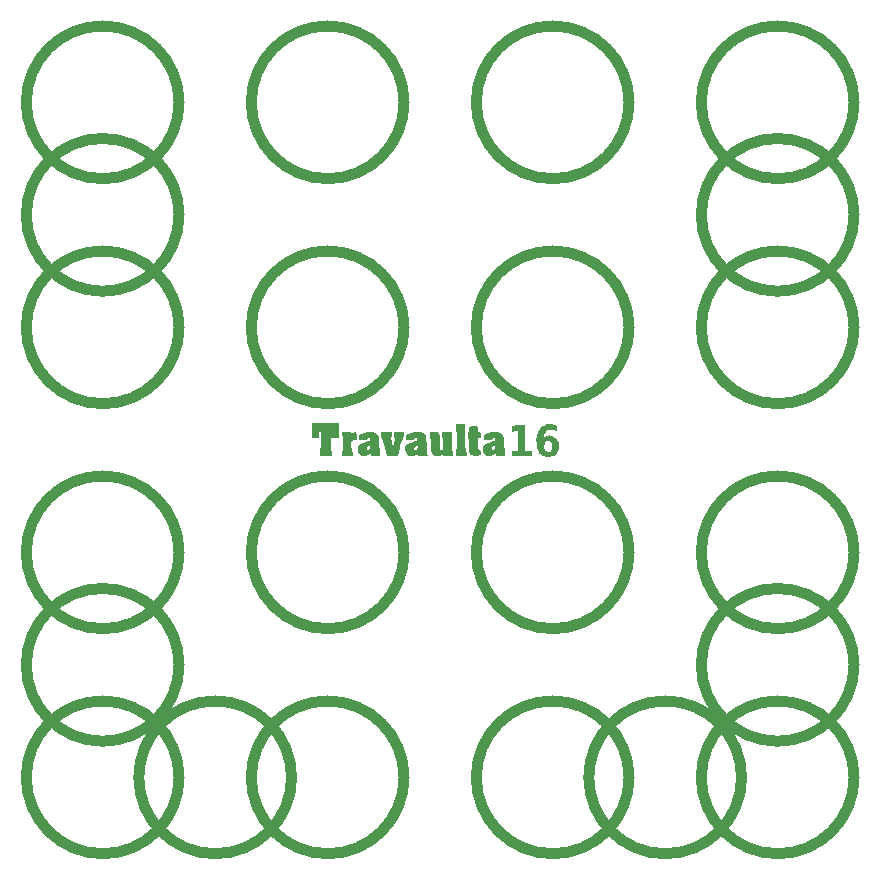
<source format=gbr>
%TF.GenerationSoftware,KiCad,Pcbnew,8.0.8*%
%TF.CreationDate,2025-03-01T19:05:57+01:00*%
%TF.ProjectId,numbpad,6e756d62-7061-4642-9e6b-696361645f70,rev?*%
%TF.SameCoordinates,Original*%
%TF.FileFunction,Legend,Top*%
%TF.FilePolarity,Positive*%
%FSLAX46Y46*%
G04 Gerber Fmt 4.6, Leading zero omitted, Abs format (unit mm)*
G04 Created by KiCad (PCBNEW 8.0.8) date 2025-03-01 19:05:57*
%MOMM*%
%LPD*%
G01*
G04 APERTURE LIST*
%ADD10C,0.400000*%
%ADD11C,0.900000*%
%ADD12C,0.000000*%
G04 APERTURE END LIST*
D10*
G36*
X148136594Y-100928999D02*
G01*
X148682721Y-100928999D01*
X148682721Y-99205524D01*
X148121988Y-99333800D01*
X148121988Y-98865782D01*
X148679545Y-98737506D01*
X149268855Y-98737506D01*
X149268855Y-100928999D01*
X149814982Y-100928999D01*
X149814982Y-101404003D01*
X148136594Y-101404003D01*
X148136594Y-100928999D01*
G37*
G36*
X151487392Y-98697770D02*
G01*
X151617342Y-98711918D01*
X151676259Y-98721630D01*
X151802863Y-98749564D01*
X151927791Y-98786931D01*
X151984884Y-98807359D01*
X151984884Y-99300143D01*
X151864294Y-99241638D01*
X151740522Y-99194338D01*
X151697850Y-99181393D01*
X151572893Y-99153588D01*
X151442374Y-99142694D01*
X151434312Y-99142656D01*
X151303773Y-99153332D01*
X151175040Y-99190867D01*
X151065495Y-99255426D01*
X151003125Y-99313479D01*
X150926572Y-99422577D01*
X150875730Y-99541398D01*
X150841081Y-99680777D01*
X150824046Y-99819599D01*
X150934066Y-99743078D01*
X151053293Y-99688783D01*
X151182363Y-99655920D01*
X151312882Y-99645008D01*
X151321911Y-99644966D01*
X151455461Y-99653382D01*
X151598516Y-99684477D01*
X151727835Y-99738484D01*
X151843419Y-99815403D01*
X151917571Y-99884372D01*
X152005659Y-99995976D01*
X152072111Y-100121862D01*
X152116928Y-100262029D01*
X152138122Y-100393540D01*
X152143642Y-100511148D01*
X152137471Y-100640945D01*
X152113777Y-100785732D01*
X152072311Y-100918553D01*
X152013075Y-101039408D01*
X151936067Y-101148296D01*
X151890899Y-101198252D01*
X151790071Y-101285872D01*
X151677142Y-101355363D01*
X151552112Y-101406726D01*
X151414983Y-101439961D01*
X151265753Y-101455068D01*
X151213321Y-101456075D01*
X151072228Y-101447502D01*
X150941460Y-101421781D01*
X150821018Y-101378913D01*
X150690117Y-101304838D01*
X150574085Y-101206071D01*
X150488750Y-101104903D01*
X150415024Y-100987999D01*
X150353793Y-100856769D01*
X150305059Y-100711214D01*
X150275069Y-100584456D01*
X150270400Y-100555601D01*
X150895170Y-100555601D01*
X150903108Y-100690309D01*
X150933589Y-100821999D01*
X150976454Y-100906773D01*
X151078059Y-100994407D01*
X151210225Y-101023505D01*
X151220306Y-101023619D01*
X151348297Y-101001254D01*
X151455578Y-100920922D01*
X151466063Y-100906773D01*
X151521628Y-100781734D01*
X151543458Y-100652280D01*
X151547347Y-100555601D01*
X151539409Y-100420954D01*
X151508928Y-100289503D01*
X151466063Y-100205063D01*
X151363982Y-100116953D01*
X151230504Y-100087697D01*
X151220306Y-100087582D01*
X151093617Y-100110069D01*
X150986932Y-100190837D01*
X150976454Y-100205063D01*
X150920889Y-100329668D01*
X150899060Y-100458952D01*
X150895170Y-100555601D01*
X150270400Y-100555601D01*
X150253076Y-100448530D01*
X150239080Y-100303435D01*
X150233082Y-100149172D01*
X150232832Y-100109173D01*
X150237516Y-99948342D01*
X150251566Y-99796381D01*
X150274982Y-99653290D01*
X150307766Y-99519071D01*
X150349916Y-99393721D01*
X150401433Y-99277243D01*
X150479001Y-99144119D01*
X150532567Y-99070897D01*
X150631828Y-98962046D01*
X150741879Y-98871644D01*
X150862721Y-98799691D01*
X150994354Y-98746188D01*
X151136777Y-98711134D01*
X151289991Y-98694529D01*
X151354298Y-98693053D01*
X151487392Y-98697770D01*
G37*
D11*
%TO.C,SW4*%
X167598250Y-128587500D02*
G75*
G02*
X154664250Y-128587500I-6467000J0D01*
G01*
X154664250Y-128587500D02*
G75*
G02*
X167598250Y-128587500I6467000J0D01*
G01*
%TO.C,SW13*%
X119973251Y-128587500D02*
G75*
G02*
X107039249Y-128587500I-6467001J0D01*
G01*
X107039249Y-128587500D02*
G75*
G02*
X119973251Y-128587500I6467001J0D01*
G01*
%TO.C,SW14*%
X139023250Y-128587500D02*
G75*
G02*
X126089250Y-128587500I-6467000J0D01*
G01*
X126089250Y-128587500D02*
G75*
G02*
X139023250Y-128587500I6467000J0D01*
G01*
%TO.C,SW11*%
X158073250Y-109537500D02*
G75*
G02*
X145139250Y-109537500I-6467000J0D01*
G01*
X145139250Y-109537500D02*
G75*
G02*
X158073250Y-109537500I6467000J0D01*
G01*
%TO.C,SW22*%
X129498250Y-128587500D02*
G75*
G02*
X116564250Y-128587500I-6467000J0D01*
G01*
X116564250Y-128587500D02*
G75*
G02*
X129498250Y-128587500I6467000J0D01*
G01*
%TO.C,SW10*%
X139023250Y-109537500D02*
G75*
G02*
X126089250Y-109537500I-6467000J0D01*
G01*
X126089250Y-109537500D02*
G75*
G02*
X139023250Y-109537500I6467000J0D01*
G01*
%TO.C,SW5*%
X119973250Y-90487500D02*
G75*
G02*
X107039250Y-90487500I-6467000J0D01*
G01*
X107039250Y-90487500D02*
G75*
G02*
X119973250Y-90487500I6467000J0D01*
G01*
%TO.C,SW2*%
X139023250Y-71437500D02*
G75*
G02*
X126089250Y-71437500I-6467000J0D01*
G01*
X126089250Y-71437500D02*
G75*
G02*
X139023250Y-71437500I6467000J0D01*
G01*
%TO.C,SW15*%
X158073250Y-128587500D02*
G75*
G02*
X145139250Y-128587500I-6467000J0D01*
G01*
X145139250Y-128587500D02*
G75*
G02*
X158073250Y-128587500I6467000J0D01*
G01*
%TO.C,SW21*%
X177123250Y-119062500D02*
G75*
G02*
X164189250Y-119062500I-6467000J0D01*
G01*
X164189250Y-119062500D02*
G75*
G02*
X177123250Y-119062500I6467000J0D01*
G01*
%TO.C,SW23*%
X177123250Y-71437500D02*
G75*
G02*
X164189250Y-71437500I-6467000J0D01*
G01*
X164189250Y-71437500D02*
G75*
G02*
X177123250Y-71437500I6467000J0D01*
G01*
%TO.C,SW7*%
X158073250Y-90487500D02*
G75*
G02*
X145139250Y-90487500I-6467000J0D01*
G01*
X145139250Y-90487500D02*
G75*
G02*
X158073250Y-90487500I6467000J0D01*
G01*
%TO.C,SW18*%
X119973250Y-80962500D02*
G75*
G02*
X107039250Y-80962500I-6467000J0D01*
G01*
X107039250Y-80962500D02*
G75*
G02*
X119973250Y-80962500I6467000J0D01*
G01*
%TO.C,SW19*%
X177123250Y-80962500D02*
G75*
G02*
X164189250Y-80962500I-6467000J0D01*
G01*
X164189250Y-80962500D02*
G75*
G02*
X177123250Y-80962500I6467000J0D01*
G01*
%TO.C,SW3*%
X158073250Y-71437500D02*
G75*
G02*
X145139250Y-71437500I-6467000J0D01*
G01*
X145139250Y-71437500D02*
G75*
G02*
X158073250Y-71437500I6467000J0D01*
G01*
%TO.C,SW6*%
X139023250Y-90487500D02*
G75*
G02*
X126089250Y-90487500I-6467000J0D01*
G01*
X126089250Y-90487500D02*
G75*
G02*
X139023250Y-90487500I6467000J0D01*
G01*
%TO.C,SW20*%
X119973250Y-71437500D02*
G75*
G02*
X107039250Y-71437500I-6467000J0D01*
G01*
X107039250Y-71437500D02*
G75*
G02*
X119973250Y-71437500I6467000J0D01*
G01*
D12*
%TO.C,G\u002A\u002A\u002A*%
G36*
X144188724Y-99730627D02*
G01*
X144195599Y-100109803D01*
X144204791Y-100403092D01*
X144216773Y-100617801D01*
X144232017Y-100761236D01*
X144250998Y-100840703D01*
X144261783Y-100858480D01*
X144296443Y-100937282D01*
X144317303Y-101069995D01*
X144320039Y-101140354D01*
X144320039Y-101364060D01*
X143853984Y-101364060D01*
X143387929Y-101364060D01*
X143387929Y-101133783D01*
X143396635Y-100994792D01*
X143418807Y-100897997D01*
X143434535Y-100874702D01*
X143451630Y-100818265D01*
X143465320Y-100678577D01*
X143475069Y-100465555D01*
X143480342Y-100189115D01*
X143481140Y-100012500D01*
X143478575Y-99705227D01*
X143471237Y-99455884D01*
X143459661Y-99274387D01*
X143444384Y-99170653D01*
X143434535Y-99150298D01*
X143407494Y-99090572D01*
X143390677Y-98970627D01*
X143387929Y-98891218D01*
X143387929Y-98660941D01*
X143780926Y-98660941D01*
X144173922Y-98660941D01*
X144188724Y-99730627D01*
G37*
G36*
X134946848Y-99319169D02*
G01*
X134978541Y-99349465D01*
X134993815Y-99423872D01*
X134998612Y-99561955D01*
X134998939Y-99662959D01*
X134998939Y-100012500D01*
X134870773Y-100013983D01*
X134714784Y-100043405D01*
X134612964Y-100134333D01*
X134556529Y-100297214D01*
X134543005Y-100403746D01*
X134545631Y-100635845D01*
X134597357Y-100807902D01*
X134646395Y-100955292D01*
X134671743Y-101127385D01*
X134672700Y-101161496D01*
X134672700Y-101364060D01*
X134225808Y-101364060D01*
X133778916Y-101364060D01*
X133809533Y-101072776D01*
X133824073Y-100883806D01*
X133834873Y-100646945D01*
X133839983Y-100407499D01*
X133840150Y-100362042D01*
X133836454Y-100127683D01*
X133826665Y-99886588D01*
X133812735Y-99684063D01*
X133809533Y-99651308D01*
X133778916Y-99360023D01*
X134152016Y-99360023D01*
X134372375Y-99367160D01*
X134503745Y-99388402D01*
X134543571Y-99415387D01*
X134582926Y-99439563D01*
X134670319Y-99394883D01*
X134674338Y-99392085D01*
X134794228Y-99333244D01*
X134892795Y-99313418D01*
X134946848Y-99319169D01*
G37*
G36*
X133554168Y-99220207D02*
G01*
X133554168Y-99826078D01*
X133253456Y-99826078D01*
X132952744Y-99826078D01*
X132938869Y-99538493D01*
X132921194Y-99362870D01*
X132890301Y-99256316D01*
X132866737Y-99231673D01*
X132846751Y-99268047D01*
X132830526Y-99379611D01*
X132818193Y-99548417D01*
X132809884Y-99756514D01*
X132805729Y-99985954D01*
X132805858Y-100218786D01*
X132810404Y-100437062D01*
X132819497Y-100622831D01*
X132833268Y-100758145D01*
X132851849Y-100825053D01*
X132855085Y-100828097D01*
X132881010Y-100887263D01*
X132897931Y-101008647D01*
X132901691Y-101110480D01*
X132901691Y-101364060D01*
X132389030Y-101364060D01*
X131876370Y-101364060D01*
X131876370Y-101110480D01*
X131884299Y-100964523D01*
X131904686Y-100859857D01*
X131922975Y-100828097D01*
X131940365Y-100771579D01*
X131954240Y-100632538D01*
X131963994Y-100421614D01*
X131969022Y-100149450D01*
X131969581Y-100009750D01*
X131968512Y-99716744D01*
X131964580Y-99504664D01*
X131956700Y-99361240D01*
X131943785Y-99274204D01*
X131924749Y-99231288D01*
X131899672Y-99220207D01*
X131860460Y-99240431D01*
X131838665Y-99312696D01*
X131830276Y-99454391D01*
X131829764Y-99523143D01*
X131829764Y-99826078D01*
X131526828Y-99826078D01*
X131223893Y-99826078D01*
X131223893Y-99220207D01*
X131223893Y-98614335D01*
X132389030Y-98614335D01*
X133554168Y-98614335D01*
X133554168Y-99220207D01*
G37*
G36*
X137967014Y-99696340D02*
G01*
X137960791Y-99916985D01*
X137975423Y-100135447D01*
X138007312Y-100325222D01*
X138052863Y-100459804D01*
X138075180Y-100493469D01*
X138102992Y-100471942D01*
X138143977Y-100379337D01*
X138189606Y-100235229D01*
X138192786Y-100223596D01*
X138236092Y-100043181D01*
X138247478Y-99931095D01*
X138228461Y-99868657D01*
X138222148Y-99861471D01*
X138190054Y-99785351D01*
X138170694Y-99654487D01*
X138168113Y-99583730D01*
X138168113Y-99360023D01*
X138587562Y-99360023D01*
X139007012Y-99360023D01*
X139007012Y-99571388D01*
X138992743Y-99725723D01*
X138957050Y-99856223D01*
X138941944Y-99885975D01*
X138906379Y-99965842D01*
X138851875Y-100116878D01*
X138784683Y-100320507D01*
X138711052Y-100558155D01*
X138675907Y-100676629D01*
X138474939Y-101364060D01*
X138044643Y-101364060D01*
X137854553Y-101360519D01*
X137702963Y-101351025D01*
X137611635Y-101337270D01*
X137595243Y-101329106D01*
X137576501Y-101274308D01*
X137537318Y-101146035D01*
X137482518Y-100960530D01*
X137416926Y-100734039D01*
X137377198Y-100595069D01*
X137306163Y-100351593D01*
X137240890Y-100139165D01*
X137186726Y-99974350D01*
X137149018Y-99873714D01*
X137137222Y-99851711D01*
X137112946Y-99781885D01*
X137098223Y-99655380D01*
X137096186Y-99583730D01*
X137096186Y-99360023D01*
X137545698Y-99360023D01*
X137995210Y-99360023D01*
X137967014Y-99696340D01*
G37*
G36*
X145235636Y-98842839D02*
G01*
X145248302Y-98953161D01*
X145252150Y-99080390D01*
X145252150Y-99360023D01*
X145391966Y-99360023D01*
X145474734Y-99365114D01*
X145516007Y-99396417D01*
X145530213Y-99477976D01*
X145531783Y-99593051D01*
X145528728Y-99730997D01*
X145509946Y-99799786D01*
X145461011Y-99823462D01*
X145391966Y-99826078D01*
X145252150Y-99826078D01*
X145252150Y-100258461D01*
X145263913Y-100540831D01*
X145300351Y-100738040D01*
X145363181Y-100855263D01*
X145454124Y-100897678D01*
X145464517Y-100898005D01*
X145510029Y-100929438D01*
X145529964Y-101032757D01*
X145531783Y-101102294D01*
X145524106Y-101234813D01*
X145492568Y-101303070D01*
X145426920Y-101334685D01*
X145284753Y-101355369D01*
X145106284Y-101359237D01*
X144934105Y-101347300D01*
X144810808Y-101320571D01*
X144809397Y-101320001D01*
X144708614Y-101256811D01*
X144622975Y-101178309D01*
X144584265Y-101124993D01*
X144556867Y-101054066D01*
X144538195Y-100948336D01*
X144525666Y-100790613D01*
X144516694Y-100563707D01*
X144513540Y-100450422D01*
X144504642Y-100221386D01*
X144491598Y-100030108D01*
X144475999Y-99893634D01*
X144459434Y-99829010D01*
X144455283Y-99826078D01*
X144431304Y-99784155D01*
X144416085Y-99676967D01*
X144413250Y-99593051D01*
X144421634Y-99460122D01*
X144443068Y-99375749D01*
X144459856Y-99360023D01*
X144488135Y-99318474D01*
X144504681Y-99213808D01*
X144506461Y-99158820D01*
X144506461Y-98957617D01*
X144844351Y-98878590D01*
X145012398Y-98840391D01*
X145144035Y-98812519D01*
X145213871Y-98800315D01*
X145217195Y-98800160D01*
X145235636Y-98842839D01*
G37*
G36*
X141789091Y-99363489D02*
G01*
X141914330Y-99375973D01*
X141982154Y-99400605D01*
X142008081Y-99433743D01*
X142019130Y-99507280D01*
X142028270Y-99652904D01*
X142034547Y-99849495D01*
X142037006Y-100074569D01*
X142039257Y-100362337D01*
X142047107Y-100569719D01*
X142063318Y-100709499D01*
X142090655Y-100794459D01*
X142131879Y-100837381D01*
X142189754Y-100851049D01*
X142204925Y-100851399D01*
X142254464Y-100848137D01*
X142286527Y-100827249D01*
X142304915Y-100772084D01*
X142313430Y-100665989D01*
X142315871Y-100492312D01*
X142316003Y-100364792D01*
X142311756Y-100154716D01*
X142300186Y-99985975D01*
X142283052Y-99878006D01*
X142269397Y-99849381D01*
X142242356Y-99789654D01*
X142225539Y-99669709D01*
X142222792Y-99590300D01*
X142222792Y-99360023D01*
X142640016Y-99360023D01*
X143057240Y-99360023D01*
X143079464Y-100094060D01*
X143089338Y-100371219D01*
X143101510Y-100638510D01*
X143114688Y-100871574D01*
X143127581Y-101046055D01*
X143132608Y-101096078D01*
X143163528Y-101364060D01*
X142739766Y-101364060D01*
X142543984Y-101359378D01*
X142399320Y-101346583D01*
X142323282Y-101327554D01*
X142316003Y-101318608D01*
X142278930Y-101296686D01*
X142196455Y-101318608D01*
X142045664Y-101350473D01*
X141852116Y-101359518D01*
X141661975Y-101345980D01*
X141533290Y-101315236D01*
X141436315Y-101247148D01*
X141366298Y-101125570D01*
X141320538Y-100940461D01*
X141296336Y-100681779D01*
X141290682Y-100412895D01*
X141286785Y-100187683D01*
X141276053Y-100006994D01*
X141259921Y-99888197D01*
X141244076Y-99849381D01*
X141217035Y-99789654D01*
X141200218Y-99669709D01*
X141197471Y-99590300D01*
X141197471Y-99360023D01*
X141588631Y-99360023D01*
X141789091Y-99363489D01*
G37*
G36*
X136215394Y-99328591D02*
G01*
X136411612Y-99370156D01*
X136599270Y-99440918D01*
X136751134Y-99527986D01*
X136839973Y-99618471D01*
X136843798Y-99626020D01*
X136861811Y-99703757D01*
X136881899Y-99852854D01*
X136901562Y-100051571D01*
X136917717Y-100268831D01*
X136934556Y-100519313D01*
X136952952Y-100765088D01*
X136970449Y-100974689D01*
X136982248Y-101096078D01*
X137011602Y-101364060D01*
X136611142Y-101364060D01*
X136411859Y-101361127D01*
X136289476Y-101350444D01*
X136227811Y-101329187D01*
X136210683Y-101294531D01*
X136210682Y-101294152D01*
X136208746Y-101245669D01*
X136188616Y-101231215D01*
X136128809Y-101253178D01*
X136007840Y-101313944D01*
X136000957Y-101317454D01*
X135790827Y-101395114D01*
X135596340Y-101395335D01*
X135433557Y-101342662D01*
X135262644Y-101223279D01*
X135153545Y-101055076D01*
X135108198Y-100860450D01*
X135116653Y-100777877D01*
X135853305Y-100777877D01*
X135921744Y-100843621D01*
X136045331Y-100838120D01*
X136090356Y-100823110D01*
X136147405Y-100755980D01*
X136164076Y-100656850D01*
X136155088Y-100562217D01*
X136113765Y-100538286D01*
X136059214Y-100550325D01*
X135924290Y-100615872D01*
X135853379Y-100703803D01*
X135853305Y-100777877D01*
X135116653Y-100777877D01*
X135128539Y-100661799D01*
X135216504Y-100481522D01*
X135348399Y-100357809D01*
X135449147Y-100306784D01*
X135606669Y-100243013D01*
X135788209Y-100179678D01*
X135801833Y-100175328D01*
X135974127Y-100118129D01*
X136075467Y-100073421D01*
X136124500Y-100027999D01*
X136139870Y-99968661D01*
X136140773Y-99935321D01*
X136126541Y-99838790D01*
X136067302Y-99805029D01*
X136024260Y-99802776D01*
X135934627Y-99823268D01*
X135897046Y-99902500D01*
X135892999Y-99930941D01*
X135881750Y-99996349D01*
X135853018Y-100034567D01*
X135786217Y-100052900D01*
X135660758Y-100058652D01*
X135531806Y-100059106D01*
X135185361Y-100059106D01*
X135185361Y-99808086D01*
X135189369Y-99660562D01*
X135211222Y-99575577D01*
X135265658Y-99522512D01*
X135341964Y-99482753D01*
X135591780Y-99393126D01*
X135873206Y-99337072D01*
X136139605Y-99322821D01*
X136215394Y-99328591D01*
G37*
G36*
X140223467Y-99328591D02*
G01*
X140419686Y-99370156D01*
X140607343Y-99440918D01*
X140759208Y-99527986D01*
X140848046Y-99618471D01*
X140851871Y-99626020D01*
X140869884Y-99703757D01*
X140889972Y-99852854D01*
X140909635Y-100051571D01*
X140925790Y-100268831D01*
X140942630Y-100519313D01*
X140961026Y-100765088D01*
X140978522Y-100974689D01*
X140990322Y-101096078D01*
X141019675Y-101364060D01*
X140619215Y-101364060D01*
X140419932Y-101361127D01*
X140297549Y-101350444D01*
X140235884Y-101329187D01*
X140218756Y-101294531D01*
X140218755Y-101294152D01*
X140216819Y-101245669D01*
X140196689Y-101231215D01*
X140136882Y-101253178D01*
X140015914Y-101313944D01*
X140009030Y-101317454D01*
X139798900Y-101395114D01*
X139604414Y-101395335D01*
X139441630Y-101342662D01*
X139270717Y-101223279D01*
X139161618Y-101055076D01*
X139116271Y-100860450D01*
X139124726Y-100777877D01*
X139861378Y-100777877D01*
X139929817Y-100843621D01*
X140053405Y-100838120D01*
X140098430Y-100823110D01*
X140155478Y-100755980D01*
X140172150Y-100656850D01*
X140163162Y-100562217D01*
X140121838Y-100538286D01*
X140067287Y-100550325D01*
X139932363Y-100615872D01*
X139861453Y-100703803D01*
X139861378Y-100777877D01*
X139124726Y-100777877D01*
X139136612Y-100661799D01*
X139224577Y-100481522D01*
X139356473Y-100357809D01*
X139457220Y-100306784D01*
X139614742Y-100243013D01*
X139796282Y-100179678D01*
X139809907Y-100175328D01*
X139982201Y-100118129D01*
X140083541Y-100073421D01*
X140132573Y-100027999D01*
X140147943Y-99968661D01*
X140148847Y-99935321D01*
X140134615Y-99838790D01*
X140075376Y-99805029D01*
X140032333Y-99802776D01*
X139942701Y-99823268D01*
X139905119Y-99902500D01*
X139901072Y-99930941D01*
X139889823Y-99996349D01*
X139861092Y-100034567D01*
X139794291Y-100052900D01*
X139668832Y-100058652D01*
X139539880Y-100059106D01*
X139193434Y-100059106D01*
X139193434Y-99808086D01*
X139197443Y-99660562D01*
X139219295Y-99575577D01*
X139273731Y-99522512D01*
X139350037Y-99482753D01*
X139599853Y-99393126D01*
X139881279Y-99337072D01*
X140147678Y-99322821D01*
X140223467Y-99328591D01*
G37*
G36*
X146794843Y-99328591D02*
G01*
X146991062Y-99370156D01*
X147178719Y-99440918D01*
X147330584Y-99527986D01*
X147419423Y-99618471D01*
X147423247Y-99626020D01*
X147441260Y-99703757D01*
X147461348Y-99852854D01*
X147481011Y-100051571D01*
X147497166Y-100268831D01*
X147514006Y-100519313D01*
X147532402Y-100765088D01*
X147549899Y-100974689D01*
X147561698Y-101096078D01*
X147591051Y-101364060D01*
X147190591Y-101364060D01*
X146991309Y-101361127D01*
X146868925Y-101350444D01*
X146807260Y-101329187D01*
X146790132Y-101294531D01*
X146790131Y-101294152D01*
X146788195Y-101245669D01*
X146768065Y-101231215D01*
X146708258Y-101253178D01*
X146587290Y-101313944D01*
X146580406Y-101317454D01*
X146370276Y-101395114D01*
X146175790Y-101395335D01*
X146013007Y-101342662D01*
X145842093Y-101223279D01*
X145732995Y-101055076D01*
X145687647Y-100860450D01*
X145696102Y-100777877D01*
X146432754Y-100777877D01*
X146501193Y-100843621D01*
X146624781Y-100838120D01*
X146669806Y-100823110D01*
X146726854Y-100755980D01*
X146743526Y-100656850D01*
X146734538Y-100562217D01*
X146693214Y-100538286D01*
X146638663Y-100550325D01*
X146503739Y-100615872D01*
X146432829Y-100703803D01*
X146432754Y-100777877D01*
X145696102Y-100777877D01*
X145707988Y-100661799D01*
X145795954Y-100481522D01*
X145927849Y-100357809D01*
X146028596Y-100306784D01*
X146186118Y-100243013D01*
X146367658Y-100179678D01*
X146381283Y-100175328D01*
X146553577Y-100118129D01*
X146654917Y-100073421D01*
X146703949Y-100027999D01*
X146719320Y-99968661D01*
X146720223Y-99935321D01*
X146705991Y-99838790D01*
X146646752Y-99805029D01*
X146603709Y-99802776D01*
X146514077Y-99823268D01*
X146476495Y-99902500D01*
X146472448Y-99930941D01*
X146461199Y-99996349D01*
X146432468Y-100034567D01*
X146365667Y-100052900D01*
X146240208Y-100058652D01*
X146111256Y-100059106D01*
X145764810Y-100059106D01*
X145764810Y-99808086D01*
X145768819Y-99660562D01*
X145790671Y-99575577D01*
X145845107Y-99522512D01*
X145921413Y-99482753D01*
X146171229Y-99393126D01*
X146452656Y-99337072D01*
X146719054Y-99322821D01*
X146794843Y-99328591D01*
G37*
D11*
%TO.C,SW12*%
X177123250Y-109537500D02*
G75*
G02*
X164189250Y-109537500I-6467000J0D01*
G01*
X164189250Y-109537500D02*
G75*
G02*
X177123250Y-109537500I6467000J0D01*
G01*
%TO.C,SW1*%
X119973250Y-119062500D02*
G75*
G02*
X107039250Y-119062500I-6467000J0D01*
G01*
X107039250Y-119062500D02*
G75*
G02*
X119973250Y-119062500I6467000J0D01*
G01*
%TO.C,SW8*%
X177123250Y-90487500D02*
G75*
G02*
X164189250Y-90487500I-6467000J0D01*
G01*
X164189250Y-90487500D02*
G75*
G02*
X177123250Y-90487500I6467000J0D01*
G01*
%TO.C,SW16*%
X177123251Y-128587500D02*
G75*
G02*
X164189249Y-128587500I-6467001J0D01*
G01*
X164189249Y-128587500D02*
G75*
G02*
X177123251Y-128587500I6467001J0D01*
G01*
%TO.C,SW9*%
X119973250Y-109537500D02*
G75*
G02*
X107039250Y-109537500I-6467000J0D01*
G01*
X107039250Y-109537500D02*
G75*
G02*
X119973250Y-109537500I6467000J0D01*
G01*
%TD*%
M02*

</source>
